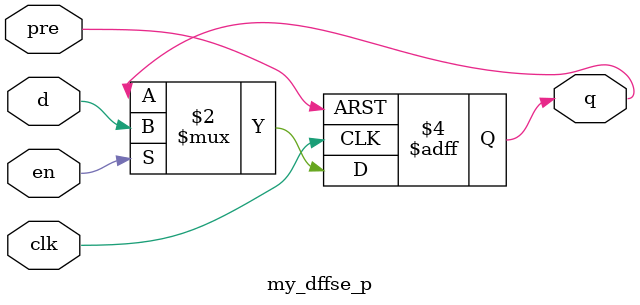
<source format=v>
module my_dffse_p (
    input d,
    clk,
    pre,
    en,
    output reg q
);
  always @(posedge clk or posedge pre)
    if (pre) q <= 1'b1;
    else if (en) q <= d;
endmodule
</source>
